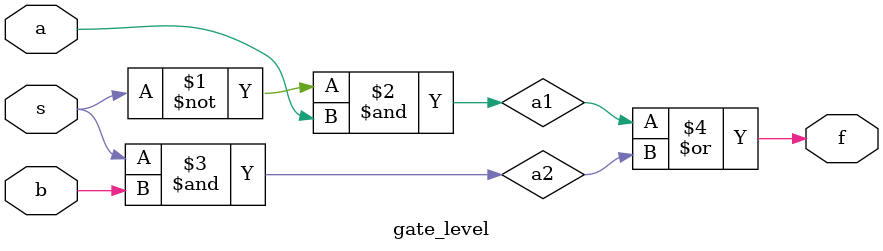
<source format=v>
`timescale 1ns / 1ps


module gate_level(
    input a,
    input b,
    input s,
    output f
    );
    
    and(a1,~s,a),(a2,s,b);
    or(f,a1,a2);
    
    
endmodule

</source>
